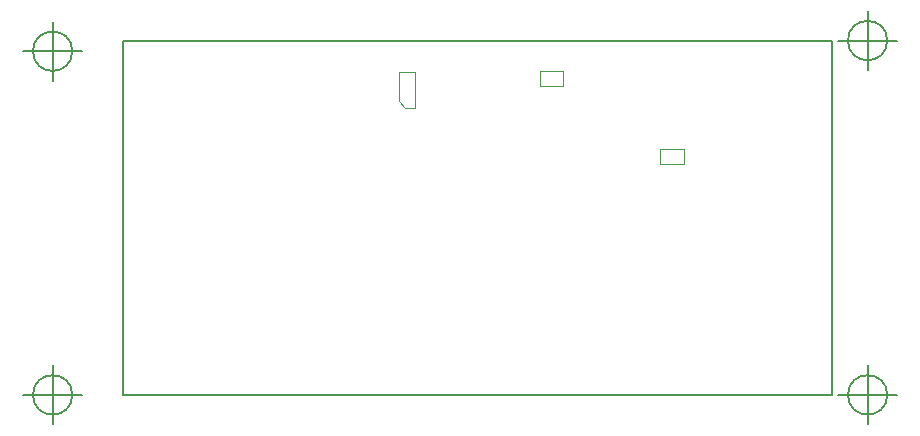
<source format=gbr>
G04 #@! TF.GenerationSoftware,KiCad,Pcbnew,(5.1.4)-1*
G04 #@! TF.CreationDate,2019-12-04T23:16:08+01:00*
G04 #@! TF.ProjectId,instru_bab_v2,696e7374-7275-45f6-9261-625f76322e6b,rev?*
G04 #@! TF.SameCoordinates,Original*
G04 #@! TF.FileFunction,Other,Fab,Bot*
%FSLAX46Y46*%
G04 Gerber Fmt 4.6, Leading zero omitted, Abs format (unit mm)*
G04 Created by KiCad (PCBNEW (5.1.4)-1) date 2019-12-04 23:16:08*
%MOMM*%
%LPD*%
G04 APERTURE LIST*
%ADD10C,0.200000*%
%ADD11C,0.100000*%
G04 APERTURE END LIST*
D10*
X239666666Y-50000000D02*
G75*
G03X239666666Y-50000000I-1666666J0D01*
G01*
X235500000Y-50000000D02*
X240500000Y-50000000D01*
X238000000Y-47500000D02*
X238000000Y-52500000D01*
X170666666Y-50900000D02*
G75*
G03X170666666Y-50900000I-1666666J0D01*
G01*
X166500000Y-50900000D02*
X171500000Y-50900000D01*
X169000000Y-48400000D02*
X169000000Y-53400000D01*
X170666666Y-80000000D02*
G75*
G03X170666666Y-80000000I-1666666J0D01*
G01*
X166500000Y-80000000D02*
X171500000Y-80000000D01*
X169000000Y-77500000D02*
X169000000Y-82500000D01*
X239666666Y-80000000D02*
G75*
G03X239666666Y-80000000I-1666666J0D01*
G01*
X235500000Y-80000000D02*
X240500000Y-80000000D01*
X238000000Y-77500000D02*
X238000000Y-82500000D01*
X235000000Y-50000000D02*
X175000000Y-50000000D01*
X235000000Y-80000000D02*
X235000000Y-50000000D01*
X175000000Y-80000000D02*
X235000000Y-80000000D01*
X175000000Y-50000000D02*
X175000000Y-80000000D01*
D11*
X222450000Y-60420000D02*
X222450000Y-59180000D01*
X220450000Y-60420000D02*
X222450000Y-60420000D01*
X220450000Y-59180000D02*
X220450000Y-60420000D01*
X222450000Y-59180000D02*
X220450000Y-59180000D01*
X198300000Y-55100000D02*
X198300000Y-52650000D01*
X198850000Y-55670000D02*
X199700000Y-55670000D01*
X198300000Y-55100000D02*
X198850000Y-55670000D01*
X199700000Y-55670000D02*
X199700000Y-52630000D01*
X198300000Y-52630000D02*
X199700000Y-52630000D01*
X210250000Y-52580000D02*
X210250000Y-53820000D01*
X212250000Y-52580000D02*
X210250000Y-52580000D01*
X212250000Y-53820000D02*
X212250000Y-52580000D01*
X210250000Y-53820000D02*
X212250000Y-53820000D01*
M02*

</source>
